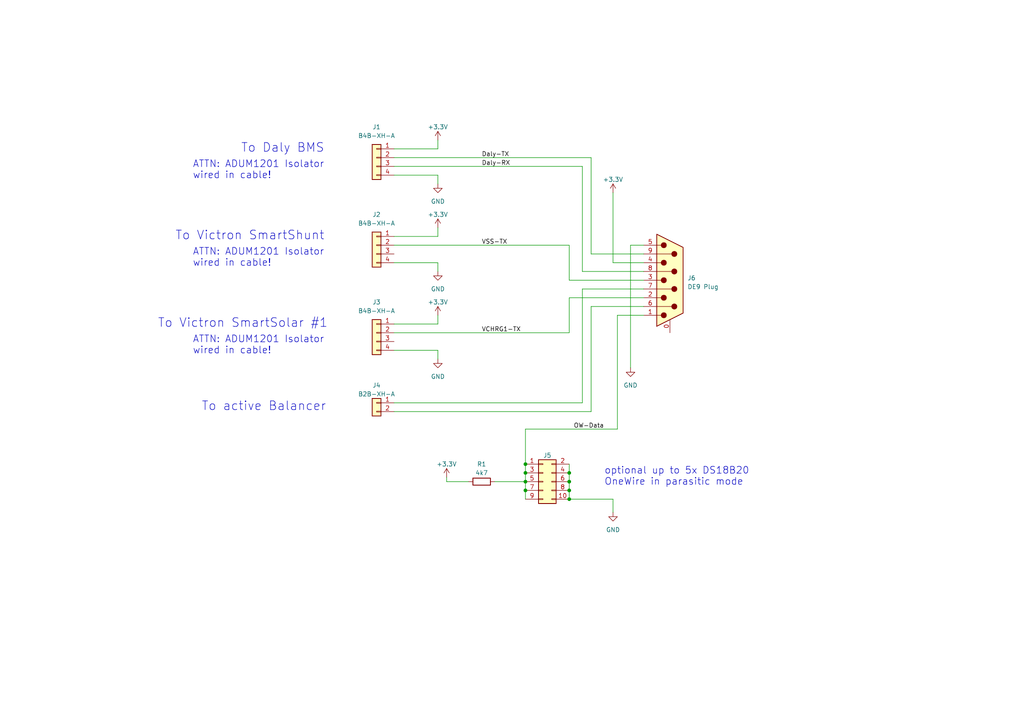
<source format=kicad_sch>
(kicad_sch (version 20230121) (generator eeschema)

  (uuid df04e71d-27f0-49a0-b918-1e8093f8cbec)

  (paper "A4")

  (title_block
    (date "2023-03-20")
  )

  (lib_symbols
    (symbol "Connector:DE9_Plug_MountingHoles" (pin_names (offset 1.016) hide) (in_bom yes) (on_board yes)
      (property "Reference" "J" (at 0 16.51 0)
        (effects (font (size 1.27 1.27)))
      )
      (property "Value" "DE9_Plug_MountingHoles" (at 0 14.605 0)
        (effects (font (size 1.27 1.27)))
      )
      (property "Footprint" "" (at 0 0 0)
        (effects (font (size 1.27 1.27)) hide)
      )
      (property "Datasheet" " ~" (at 0 0 0)
        (effects (font (size 1.27 1.27)) hide)
      )
      (property "ki_keywords" "connector plug male D-SUB DB9" (at 0 0 0)
        (effects (font (size 1.27 1.27)) hide)
      )
      (property "ki_description" "9-pin male plug pin D-SUB connector, Mounting Hole" (at 0 0 0)
        (effects (font (size 1.27 1.27)) hide)
      )
      (property "ki_fp_filters" "DSUB*Male*" (at 0 0 0)
        (effects (font (size 1.27 1.27)) hide)
      )
      (symbol "DE9_Plug_MountingHoles_0_1"
        (circle (center -1.778 -10.16) (radius 0.762)
          (stroke (width 0) (type default))
          (fill (type outline))
        )
        (circle (center -1.778 -5.08) (radius 0.762)
          (stroke (width 0) (type default))
          (fill (type outline))
        )
        (circle (center -1.778 0) (radius 0.762)
          (stroke (width 0) (type default))
          (fill (type outline))
        )
        (circle (center -1.778 5.08) (radius 0.762)
          (stroke (width 0) (type default))
          (fill (type outline))
        )
        (circle (center -1.778 10.16) (radius 0.762)
          (stroke (width 0) (type default))
          (fill (type outline))
        )
        (polyline
          (pts
            (xy -3.81 -10.16)
            (xy -2.54 -10.16)
          )
          (stroke (width 0) (type default))
          (fill (type none))
        )
        (polyline
          (pts
            (xy -3.81 -7.62)
            (xy 0.508 -7.62)
          )
          (stroke (width 0) (type default))
          (fill (type none))
        )
        (polyline
          (pts
            (xy -3.81 -5.08)
            (xy -2.54 -5.08)
          )
          (stroke (width 0) (type default))
          (fill (type none))
        )
        (polyline
          (pts
            (xy -3.81 -2.54)
            (xy 0.508 -2.54)
          )
          (stroke (width 0) (type default))
          (fill (type none))
        )
        (polyline
          (pts
            (xy -3.81 0)
            (xy -2.54 0)
          )
          (stroke (width 0) (type default))
          (fill (type none))
        )
        (polyline
          (pts
            (xy -3.81 2.54)
            (xy 0.508 2.54)
          )
          (stroke (width 0) (type default))
          (fill (type none))
        )
        (polyline
          (pts
            (xy -3.81 5.08)
            (xy -2.54 5.08)
          )
          (stroke (width 0) (type default))
          (fill (type none))
        )
        (polyline
          (pts
            (xy -3.81 7.62)
            (xy 0.508 7.62)
          )
          (stroke (width 0) (type default))
          (fill (type none))
        )
        (polyline
          (pts
            (xy -3.81 10.16)
            (xy -2.54 10.16)
          )
          (stroke (width 0) (type default))
          (fill (type none))
        )
        (polyline
          (pts
            (xy -3.81 -13.335)
            (xy -3.81 13.335)
            (xy 3.81 9.525)
            (xy 3.81 -9.525)
            (xy -3.81 -13.335)
          )
          (stroke (width 0.254) (type default))
          (fill (type background))
        )
        (circle (center 1.27 -7.62) (radius 0.762)
          (stroke (width 0) (type default))
          (fill (type outline))
        )
        (circle (center 1.27 -2.54) (radius 0.762)
          (stroke (width 0) (type default))
          (fill (type outline))
        )
        (circle (center 1.27 2.54) (radius 0.762)
          (stroke (width 0) (type default))
          (fill (type outline))
        )
        (circle (center 1.27 7.62) (radius 0.762)
          (stroke (width 0) (type default))
          (fill (type outline))
        )
      )
      (symbol "DE9_Plug_MountingHoles_1_1"
        (pin passive line (at 0 -15.24 90) (length 3.81)
          (name "PAD" (effects (font (size 1.27 1.27))))
          (number "0" (effects (font (size 1.27 1.27))))
        )
        (pin passive line (at -7.62 -10.16 0) (length 3.81)
          (name "1" (effects (font (size 1.27 1.27))))
          (number "1" (effects (font (size 1.27 1.27))))
        )
        (pin passive line (at -7.62 -5.08 0) (length 3.81)
          (name "2" (effects (font (size 1.27 1.27))))
          (number "2" (effects (font (size 1.27 1.27))))
        )
        (pin passive line (at -7.62 0 0) (length 3.81)
          (name "3" (effects (font (size 1.27 1.27))))
          (number "3" (effects (font (size 1.27 1.27))))
        )
        (pin passive line (at -7.62 5.08 0) (length 3.81)
          (name "4" (effects (font (size 1.27 1.27))))
          (number "4" (effects (font (size 1.27 1.27))))
        )
        (pin passive line (at -7.62 10.16 0) (length 3.81)
          (name "5" (effects (font (size 1.27 1.27))))
          (number "5" (effects (font (size 1.27 1.27))))
        )
        (pin passive line (at -7.62 -7.62 0) (length 3.81)
          (name "6" (effects (font (size 1.27 1.27))))
          (number "6" (effects (font (size 1.27 1.27))))
        )
        (pin passive line (at -7.62 -2.54 0) (length 3.81)
          (name "7" (effects (font (size 1.27 1.27))))
          (number "7" (effects (font (size 1.27 1.27))))
        )
        (pin passive line (at -7.62 2.54 0) (length 3.81)
          (name "8" (effects (font (size 1.27 1.27))))
          (number "8" (effects (font (size 1.27 1.27))))
        )
        (pin passive line (at -7.62 7.62 0) (length 3.81)
          (name "9" (effects (font (size 1.27 1.27))))
          (number "9" (effects (font (size 1.27 1.27))))
        )
      )
    )
    (symbol "Connector_Generic:Conn_01x02" (pin_names (offset 1.016) hide) (in_bom yes) (on_board yes)
      (property "Reference" "J" (at 0 2.54 0)
        (effects (font (size 1.27 1.27)))
      )
      (property "Value" "Conn_01x02" (at 0 -5.08 0)
        (effects (font (size 1.27 1.27)))
      )
      (property "Footprint" "" (at 0 0 0)
        (effects (font (size 1.27 1.27)) hide)
      )
      (property "Datasheet" "~" (at 0 0 0)
        (effects (font (size 1.27 1.27)) hide)
      )
      (property "ki_keywords" "connector" (at 0 0 0)
        (effects (font (size 1.27 1.27)) hide)
      )
      (property "ki_description" "Generic connector, single row, 01x02, script generated (kicad-library-utils/schlib/autogen/connector/)" (at 0 0 0)
        (effects (font (size 1.27 1.27)) hide)
      )
      (property "ki_fp_filters" "Connector*:*_1x??_*" (at 0 0 0)
        (effects (font (size 1.27 1.27)) hide)
      )
      (symbol "Conn_01x02_1_1"
        (rectangle (start -1.27 -2.413) (end 0 -2.667)
          (stroke (width 0.1524) (type default))
          (fill (type none))
        )
        (rectangle (start -1.27 0.127) (end 0 -0.127)
          (stroke (width 0.1524) (type default))
          (fill (type none))
        )
        (rectangle (start -1.27 1.27) (end 1.27 -3.81)
          (stroke (width 0.254) (type default))
          (fill (type background))
        )
        (pin passive line (at -5.08 0 0) (length 3.81)
          (name "Pin_1" (effects (font (size 1.27 1.27))))
          (number "1" (effects (font (size 1.27 1.27))))
        )
        (pin passive line (at -5.08 -2.54 0) (length 3.81)
          (name "Pin_2" (effects (font (size 1.27 1.27))))
          (number "2" (effects (font (size 1.27 1.27))))
        )
      )
    )
    (symbol "Connector_Generic:Conn_01x04" (pin_names (offset 1.016) hide) (in_bom yes) (on_board yes)
      (property "Reference" "J" (at 0 5.08 0)
        (effects (font (size 1.27 1.27)))
      )
      (property "Value" "Conn_01x04" (at 0 -7.62 0)
        (effects (font (size 1.27 1.27)))
      )
      (property "Footprint" "" (at 0 0 0)
        (effects (font (size 1.27 1.27)) hide)
      )
      (property "Datasheet" "~" (at 0 0 0)
        (effects (font (size 1.27 1.27)) hide)
      )
      (property "ki_keywords" "connector" (at 0 0 0)
        (effects (font (size 1.27 1.27)) hide)
      )
      (property "ki_description" "Generic connector, single row, 01x04, script generated (kicad-library-utils/schlib/autogen/connector/)" (at 0 0 0)
        (effects (font (size 1.27 1.27)) hide)
      )
      (property "ki_fp_filters" "Connector*:*_1x??_*" (at 0 0 0)
        (effects (font (size 1.27 1.27)) hide)
      )
      (symbol "Conn_01x04_1_1"
        (rectangle (start -1.27 -4.953) (end 0 -5.207)
          (stroke (width 0.1524) (type default))
          (fill (type none))
        )
        (rectangle (start -1.27 -2.413) (end 0 -2.667)
          (stroke (width 0.1524) (type default))
          (fill (type none))
        )
        (rectangle (start -1.27 0.127) (end 0 -0.127)
          (stroke (width 0.1524) (type default))
          (fill (type none))
        )
        (rectangle (start -1.27 2.667) (end 0 2.413)
          (stroke (width 0.1524) (type default))
          (fill (type none))
        )
        (rectangle (start -1.27 3.81) (end 1.27 -6.35)
          (stroke (width 0.254) (type default))
          (fill (type background))
        )
        (pin passive line (at -5.08 2.54 0) (length 3.81)
          (name "Pin_1" (effects (font (size 1.27 1.27))))
          (number "1" (effects (font (size 1.27 1.27))))
        )
        (pin passive line (at -5.08 0 0) (length 3.81)
          (name "Pin_2" (effects (font (size 1.27 1.27))))
          (number "2" (effects (font (size 1.27 1.27))))
        )
        (pin passive line (at -5.08 -2.54 0) (length 3.81)
          (name "Pin_3" (effects (font (size 1.27 1.27))))
          (number "3" (effects (font (size 1.27 1.27))))
        )
        (pin passive line (at -5.08 -5.08 0) (length 3.81)
          (name "Pin_4" (effects (font (size 1.27 1.27))))
          (number "4" (effects (font (size 1.27 1.27))))
        )
      )
    )
    (symbol "Connector_Generic:Conn_02x05_Odd_Even" (pin_names (offset 1.016) hide) (in_bom yes) (on_board yes)
      (property "Reference" "J" (at 1.27 7.62 0)
        (effects (font (size 1.27 1.27)))
      )
      (property "Value" "Conn_02x05_Odd_Even" (at 1.27 -7.62 0)
        (effects (font (size 1.27 1.27)))
      )
      (property "Footprint" "" (at 0 0 0)
        (effects (font (size 1.27 1.27)) hide)
      )
      (property "Datasheet" "~" (at 0 0 0)
        (effects (font (size 1.27 1.27)) hide)
      )
      (property "ki_keywords" "connector" (at 0 0 0)
        (effects (font (size 1.27 1.27)) hide)
      )
      (property "ki_description" "Generic connector, double row, 02x05, odd/even pin numbering scheme (row 1 odd numbers, row 2 even numbers), script generated (kicad-library-utils/schlib/autogen/connector/)" (at 0 0 0)
        (effects (font (size 1.27 1.27)) hide)
      )
      (property "ki_fp_filters" "Connector*:*_2x??_*" (at 0 0 0)
        (effects (font (size 1.27 1.27)) hide)
      )
      (symbol "Conn_02x05_Odd_Even_1_1"
        (rectangle (start -1.27 -4.953) (end 0 -5.207)
          (stroke (width 0.1524) (type default))
          (fill (type none))
        )
        (rectangle (start -1.27 -2.413) (end 0 -2.667)
          (stroke (width 0.1524) (type default))
          (fill (type none))
        )
        (rectangle (start -1.27 0.127) (end 0 -0.127)
          (stroke (width 0.1524) (type default))
          (fill (type none))
        )
        (rectangle (start -1.27 2.667) (end 0 2.413)
          (stroke (width 0.1524) (type default))
          (fill (type none))
        )
        (rectangle (start -1.27 5.207) (end 0 4.953)
          (stroke (width 0.1524) (type default))
          (fill (type none))
        )
        (rectangle (start -1.27 6.35) (end 3.81 -6.35)
          (stroke (width 0.254) (type default))
          (fill (type background))
        )
        (rectangle (start 3.81 -4.953) (end 2.54 -5.207)
          (stroke (width 0.1524) (type default))
          (fill (type none))
        )
        (rectangle (start 3.81 -2.413) (end 2.54 -2.667)
          (stroke (width 0.1524) (type default))
          (fill (type none))
        )
        (rectangle (start 3.81 0.127) (end 2.54 -0.127)
          (stroke (width 0.1524) (type default))
          (fill (type none))
        )
        (rectangle (start 3.81 2.667) (end 2.54 2.413)
          (stroke (width 0.1524) (type default))
          (fill (type none))
        )
        (rectangle (start 3.81 5.207) (end 2.54 4.953)
          (stroke (width 0.1524) (type default))
          (fill (type none))
        )
        (pin passive line (at -5.08 5.08 0) (length 3.81)
          (name "Pin_1" (effects (font (size 1.27 1.27))))
          (number "1" (effects (font (size 1.27 1.27))))
        )
        (pin passive line (at 7.62 -5.08 180) (length 3.81)
          (name "Pin_10" (effects (font (size 1.27 1.27))))
          (number "10" (effects (font (size 1.27 1.27))))
        )
        (pin passive line (at 7.62 5.08 180) (length 3.81)
          (name "Pin_2" (effects (font (size 1.27 1.27))))
          (number "2" (effects (font (size 1.27 1.27))))
        )
        (pin passive line (at -5.08 2.54 0) (length 3.81)
          (name "Pin_3" (effects (font (size 1.27 1.27))))
          (number "3" (effects (font (size 1.27 1.27))))
        )
        (pin passive line (at 7.62 2.54 180) (length 3.81)
          (name "Pin_4" (effects (font (size 1.27 1.27))))
          (number "4" (effects (font (size 1.27 1.27))))
        )
        (pin passive line (at -5.08 0 0) (length 3.81)
          (name "Pin_5" (effects (font (size 1.27 1.27))))
          (number "5" (effects (font (size 1.27 1.27))))
        )
        (pin passive line (at 7.62 0 180) (length 3.81)
          (name "Pin_6" (effects (font (size 1.27 1.27))))
          (number "6" (effects (font (size 1.27 1.27))))
        )
        (pin passive line (at -5.08 -2.54 0) (length 3.81)
          (name "Pin_7" (effects (font (size 1.27 1.27))))
          (number "7" (effects (font (size 1.27 1.27))))
        )
        (pin passive line (at 7.62 -2.54 180) (length 3.81)
          (name "Pin_8" (effects (font (size 1.27 1.27))))
          (number "8" (effects (font (size 1.27 1.27))))
        )
        (pin passive line (at -5.08 -5.08 0) (length 3.81)
          (name "Pin_9" (effects (font (size 1.27 1.27))))
          (number "9" (effects (font (size 1.27 1.27))))
        )
      )
    )
    (symbol "Device:R" (pin_numbers hide) (pin_names (offset 0)) (in_bom yes) (on_board yes)
      (property "Reference" "R" (at 2.032 0 90)
        (effects (font (size 1.27 1.27)))
      )
      (property "Value" "R" (at 0 0 90)
        (effects (font (size 1.27 1.27)))
      )
      (property "Footprint" "" (at -1.778 0 90)
        (effects (font (size 1.27 1.27)) hide)
      )
      (property "Datasheet" "~" (at 0 0 0)
        (effects (font (size 1.27 1.27)) hide)
      )
      (property "ki_keywords" "R res resistor" (at 0 0 0)
        (effects (font (size 1.27 1.27)) hide)
      )
      (property "ki_description" "Resistor" (at 0 0 0)
        (effects (font (size 1.27 1.27)) hide)
      )
      (property "ki_fp_filters" "R_*" (at 0 0 0)
        (effects (font (size 1.27 1.27)) hide)
      )
      (symbol "R_0_1"
        (rectangle (start -1.016 -2.54) (end 1.016 2.54)
          (stroke (width 0.254) (type default))
          (fill (type none))
        )
      )
      (symbol "R_1_1"
        (pin passive line (at 0 3.81 270) (length 1.27)
          (name "~" (effects (font (size 1.27 1.27))))
          (number "1" (effects (font (size 1.27 1.27))))
        )
        (pin passive line (at 0 -3.81 90) (length 1.27)
          (name "~" (effects (font (size 1.27 1.27))))
          (number "2" (effects (font (size 1.27 1.27))))
        )
      )
    )
    (symbol "power:+3.3V" (power) (pin_names (offset 0)) (in_bom yes) (on_board yes)
      (property "Reference" "#PWR" (at 0 -3.81 0)
        (effects (font (size 1.27 1.27)) hide)
      )
      (property "Value" "+3.3V" (at 0 3.556 0)
        (effects (font (size 1.27 1.27)))
      )
      (property "Footprint" "" (at 0 0 0)
        (effects (font (size 1.27 1.27)) hide)
      )
      (property "Datasheet" "" (at 0 0 0)
        (effects (font (size 1.27 1.27)) hide)
      )
      (property "ki_keywords" "global power" (at 0 0 0)
        (effects (font (size 1.27 1.27)) hide)
      )
      (property "ki_description" "Power symbol creates a global label with name \"+3.3V\"" (at 0 0 0)
        (effects (font (size 1.27 1.27)) hide)
      )
      (symbol "+3.3V_0_1"
        (polyline
          (pts
            (xy -0.762 1.27)
            (xy 0 2.54)
          )
          (stroke (width 0) (type default))
          (fill (type none))
        )
        (polyline
          (pts
            (xy 0 0)
            (xy 0 2.54)
          )
          (stroke (width 0) (type default))
          (fill (type none))
        )
        (polyline
          (pts
            (xy 0 2.54)
            (xy 0.762 1.27)
          )
          (stroke (width 0) (type default))
          (fill (type none))
        )
      )
      (symbol "+3.3V_1_1"
        (pin power_in line (at 0 0 90) (length 0) hide
          (name "+3.3V" (effects (font (size 1.27 1.27))))
          (number "1" (effects (font (size 1.27 1.27))))
        )
      )
    )
    (symbol "power:GND" (power) (pin_names (offset 0)) (in_bom yes) (on_board yes)
      (property "Reference" "#PWR" (at 0 -6.35 0)
        (effects (font (size 1.27 1.27)) hide)
      )
      (property "Value" "GND" (at 0 -3.81 0)
        (effects (font (size 1.27 1.27)))
      )
      (property "Footprint" "" (at 0 0 0)
        (effects (font (size 1.27 1.27)) hide)
      )
      (property "Datasheet" "" (at 0 0 0)
        (effects (font (size 1.27 1.27)) hide)
      )
      (property "ki_keywords" "global power" (at 0 0 0)
        (effects (font (size 1.27 1.27)) hide)
      )
      (property "ki_description" "Power symbol creates a global label with name \"GND\" , ground" (at 0 0 0)
        (effects (font (size 1.27 1.27)) hide)
      )
      (symbol "GND_0_1"
        (polyline
          (pts
            (xy 0 0)
            (xy 0 -1.27)
            (xy 1.27 -1.27)
            (xy 0 -2.54)
            (xy -1.27 -1.27)
            (xy 0 -1.27)
          )
          (stroke (width 0) (type default))
          (fill (type none))
        )
      )
      (symbol "GND_1_1"
        (pin power_in line (at 0 0 270) (length 0) hide
          (name "GND" (effects (font (size 1.27 1.27))))
          (number "1" (effects (font (size 1.27 1.27))))
        )
      )
    )
  )

  (junction (at 152.4 137.16) (diameter 0) (color 0 0 0 0)
    (uuid 1dff0092-f7e8-4251-b95b-1663a6ba1a93)
  )
  (junction (at 152.4 142.24) (diameter 0) (color 0 0 0 0)
    (uuid 569dc1f8-353f-49c2-a79c-b29373db5a82)
  )
  (junction (at 165.1 139.7) (diameter 0) (color 0 0 0 0)
    (uuid 6c557d1a-3851-4c89-9244-fbfaa27af29f)
  )
  (junction (at 165.1 142.24) (diameter 0) (color 0 0 0 0)
    (uuid ac9768bc-8755-4288-b8f7-83b4175ec31f)
  )
  (junction (at 165.1 144.78) (diameter 0) (color 0 0 0 0)
    (uuid bde0b743-948e-4577-a478-66a7ef551c98)
  )
  (junction (at 165.1 137.16) (diameter 0) (color 0 0 0 0)
    (uuid ee69f657-f8d3-4853-a92e-a2d3278f18e7)
  )
  (junction (at 152.4 139.7) (diameter 0) (color 0 0 0 0)
    (uuid f857f41f-d68f-481b-b9b8-734b2fa48426)
  )
  (junction (at 152.4 134.62) (diameter 0) (color 0 0 0 0)
    (uuid f9efef35-ebbd-4af6-a92d-94f233eaa07b)
  )

  (wire (pts (xy 114.3 116.84) (xy 168.91 116.84))
    (stroke (width 0) (type default))
    (uuid 0474edb9-25d4-4907-aa46-138ff15e2220)
  )
  (wire (pts (xy 129.54 139.7) (xy 129.54 138.43))
    (stroke (width 0) (type default))
    (uuid 103d4e00-e775-496e-bf34-bdcd5da02c01)
  )
  (wire (pts (xy 152.4 139.7) (xy 152.4 142.24))
    (stroke (width 0) (type default))
    (uuid 11804d90-30c1-488a-a47c-452447055a78)
  )
  (wire (pts (xy 171.45 73.66) (xy 186.69 73.66))
    (stroke (width 0) (type default))
    (uuid 1984f6ff-25da-4461-a0a1-45df4366813b)
  )
  (wire (pts (xy 165.1 134.62) (xy 165.1 137.16))
    (stroke (width 0) (type default))
    (uuid 1e1ef0f4-c598-43e4-936b-097c7bd45155)
  )
  (wire (pts (xy 114.3 96.52) (xy 165.1 96.52))
    (stroke (width 0) (type default))
    (uuid 1e4fe348-bee9-4cd0-80d1-25016abdcc50)
  )
  (wire (pts (xy 177.8 55.88) (xy 177.8 76.2))
    (stroke (width 0) (type default))
    (uuid 215667fd-c8ce-4109-a97f-2899309a1b11)
  )
  (wire (pts (xy 127 43.18) (xy 127 40.64))
    (stroke (width 0) (type default))
    (uuid 29003ad7-30fc-488b-afbb-8df4b598d8d7)
  )
  (wire (pts (xy 168.91 78.74) (xy 186.69 78.74))
    (stroke (width 0) (type default))
    (uuid 2ae7f50a-f3df-4c22-877e-f0dc278b7662)
  )
  (wire (pts (xy 171.45 88.9) (xy 186.69 88.9))
    (stroke (width 0) (type default))
    (uuid 348ebd4a-94a5-4917-bf01-e307a411d667)
  )
  (wire (pts (xy 114.3 50.8) (xy 127 50.8))
    (stroke (width 0) (type default))
    (uuid 38093b3a-2ea3-4c61-a639-73e7aad9d260)
  )
  (wire (pts (xy 152.4 134.62) (xy 152.4 137.16))
    (stroke (width 0) (type default))
    (uuid 38c9a966-f41d-41f3-aca5-e9758ef285d7)
  )
  (wire (pts (xy 114.3 71.12) (xy 165.1 71.12))
    (stroke (width 0) (type default))
    (uuid 3adccc85-7279-4fa6-9040-a022f536f816)
  )
  (wire (pts (xy 143.51 139.7) (xy 152.4 139.7))
    (stroke (width 0) (type default))
    (uuid 3b4c47b1-8660-42cd-99e1-4c957cca584e)
  )
  (wire (pts (xy 186.69 71.12) (xy 182.88 71.12))
    (stroke (width 0) (type default))
    (uuid 41b0206b-0864-40fe-b244-e8f9c2a63e7d)
  )
  (wire (pts (xy 135.89 139.7) (xy 129.54 139.7))
    (stroke (width 0) (type default))
    (uuid 44d57054-f680-43f7-93ed-f76ac98f763b)
  )
  (wire (pts (xy 168.91 83.82) (xy 168.91 116.84))
    (stroke (width 0) (type default))
    (uuid 4af7d455-1ab4-4907-aadd-87ca8ae8de1e)
  )
  (wire (pts (xy 127 76.2) (xy 127 78.74))
    (stroke (width 0) (type default))
    (uuid 4b2cee11-9ba4-4142-920b-e6ecaf8e9509)
  )
  (wire (pts (xy 182.88 71.12) (xy 182.88 106.68))
    (stroke (width 0) (type default))
    (uuid 4fbd9466-eb59-415a-aa54-df9d67d0b33c)
  )
  (wire (pts (xy 152.4 137.16) (xy 152.4 139.7))
    (stroke (width 0) (type default))
    (uuid 517c4f0b-217c-4947-bf34-083104d6b328)
  )
  (wire (pts (xy 168.91 83.82) (xy 186.69 83.82))
    (stroke (width 0) (type default))
    (uuid 51fd4f6c-dd52-4da6-958a-87adb31c2a51)
  )
  (wire (pts (xy 114.3 76.2) (xy 127 76.2))
    (stroke (width 0) (type default))
    (uuid 54f7578d-4448-425a-bc9e-a8c81459878f)
  )
  (wire (pts (xy 171.45 119.38) (xy 171.45 88.9))
    (stroke (width 0) (type default))
    (uuid 58b762ed-e3dd-4140-b642-7d75d34844c1)
  )
  (wire (pts (xy 114.3 68.58) (xy 127 68.58))
    (stroke (width 0) (type default))
    (uuid 63d04a35-7579-423c-888d-c3c6cb01da0c)
  )
  (wire (pts (xy 114.3 45.72) (xy 171.45 45.72))
    (stroke (width 0) (type default))
    (uuid 77958bd2-9662-4196-90ef-4170f329cea0)
  )
  (wire (pts (xy 165.1 139.7) (xy 165.1 142.24))
    (stroke (width 0) (type default))
    (uuid 79e10878-ed0a-4c5c-b43f-62c67312a261)
  )
  (wire (pts (xy 152.4 124.46) (xy 179.07 124.46))
    (stroke (width 0) (type default))
    (uuid 7ae8f0a9-cc39-43d3-8285-6ad2c3121e25)
  )
  (wire (pts (xy 179.07 124.46) (xy 179.07 91.44))
    (stroke (width 0) (type default))
    (uuid 8069046d-a9b3-4644-8ade-643b4769ccdf)
  )
  (wire (pts (xy 152.4 142.24) (xy 152.4 144.78))
    (stroke (width 0) (type default))
    (uuid 83cf7d51-d78e-48ed-b7dd-0082d5e4fba0)
  )
  (wire (pts (xy 165.1 96.52) (xy 165.1 86.36))
    (stroke (width 0) (type default))
    (uuid 847ee9ef-b847-4489-bfcf-266fb91670f3)
  )
  (wire (pts (xy 177.8 76.2) (xy 186.69 76.2))
    (stroke (width 0) (type default))
    (uuid 860879c8-6286-4313-aad9-79287db4522a)
  )
  (wire (pts (xy 165.1 71.12) (xy 165.1 81.28))
    (stroke (width 0) (type default))
    (uuid 895ebfeb-0372-400d-ad14-cfccfd1b41e7)
  )
  (wire (pts (xy 127 50.8) (xy 127 53.34))
    (stroke (width 0) (type default))
    (uuid 8b53c80c-ea4f-4d29-9171-fc951c593b4a)
  )
  (wire (pts (xy 177.8 144.78) (xy 177.8 148.59))
    (stroke (width 0) (type default))
    (uuid 8c0182fd-bcf2-48af-b82c-4696a2eaba62)
  )
  (wire (pts (xy 114.3 101.6) (xy 127 101.6))
    (stroke (width 0) (type default))
    (uuid 916078b5-5cab-4b8f-8aec-2955ff69bc7e)
  )
  (wire (pts (xy 152.4 124.46) (xy 152.4 134.62))
    (stroke (width 0) (type default))
    (uuid 95920401-c2d7-4564-a980-06361cbbdc71)
  )
  (wire (pts (xy 165.1 142.24) (xy 165.1 144.78))
    (stroke (width 0) (type default))
    (uuid a504cd99-45ce-4dd8-8efe-e9e165e522c1)
  )
  (wire (pts (xy 127 93.98) (xy 127 91.44))
    (stroke (width 0) (type default))
    (uuid a72ad47c-bbc7-43be-8871-706d3e3e0721)
  )
  (wire (pts (xy 114.3 93.98) (xy 127 93.98))
    (stroke (width 0) (type default))
    (uuid affb3ae1-24bf-4f32-84e6-929dc5f35080)
  )
  (wire (pts (xy 114.3 119.38) (xy 171.45 119.38))
    (stroke (width 0) (type default))
    (uuid b836f3fc-8c15-4d42-a806-422e928e451b)
  )
  (wire (pts (xy 179.07 91.44) (xy 186.69 91.44))
    (stroke (width 0) (type default))
    (uuid c23467d0-59bc-42f8-9ed6-c8745164d2b0)
  )
  (wire (pts (xy 165.1 144.78) (xy 177.8 144.78))
    (stroke (width 0) (type default))
    (uuid c4957fb2-0d4d-4db3-8226-1724e14f09d1)
  )
  (wire (pts (xy 165.1 81.28) (xy 186.69 81.28))
    (stroke (width 0) (type default))
    (uuid dc9ca107-00f0-4174-b10c-b7b033644533)
  )
  (wire (pts (xy 127 68.58) (xy 127 66.04))
    (stroke (width 0) (type default))
    (uuid eae60934-bd07-4339-8ecd-0ff78abd2c21)
  )
  (wire (pts (xy 171.45 45.72) (xy 171.45 73.66))
    (stroke (width 0) (type default))
    (uuid ecd033c1-4208-4059-aa36-e1723b91eb58)
  )
  (wire (pts (xy 165.1 137.16) (xy 165.1 139.7))
    (stroke (width 0) (type default))
    (uuid eff096a4-4382-4155-8a0d-0d119ba5fb35)
  )
  (wire (pts (xy 165.1 86.36) (xy 186.69 86.36))
    (stroke (width 0) (type default))
    (uuid f39305ca-aeea-42c2-9001-31a2838a5ee8)
  )
  (wire (pts (xy 168.91 48.26) (xy 168.91 78.74))
    (stroke (width 0) (type default))
    (uuid f7da701a-8d24-4638-82fc-24fb16f98677)
  )
  (wire (pts (xy 127 101.6) (xy 127 104.14))
    (stroke (width 0) (type default))
    (uuid f9376b3f-d9e5-486a-89f3-aeb9e57378f4)
  )
  (wire (pts (xy 114.3 48.26) (xy 168.91 48.26))
    (stroke (width 0) (type default))
    (uuid fa1b5ec6-36a2-4260-8260-cd379ff9e018)
  )
  (wire (pts (xy 114.3 43.18) (xy 127 43.18))
    (stroke (width 0) (type default))
    (uuid fb78c53d-e4ce-4719-8648-ad2483051ad4)
  )

  (text "To Victron SmartSolar #1" (at 45.72 95.25 0)
    (effects (font (size 2.54 2.54)) (justify left bottom))
    (uuid 11da00dc-3a39-4050-9605-370a428d569a)
  )
  (text "ATTN: ADUM1201 Isolator\nwired in cable!" (at 55.88 52.07 0)
    (effects (font (size 2 2)) (justify left bottom))
    (uuid 27243c3e-0ad8-4247-a8d9-4977f5b37bcf)
  )
  (text "To Daly BMS" (at 69.85 44.45 0)
    (effects (font (size 2.54 2.54)) (justify left bottom))
    (uuid 2c713cc1-de3b-47a4-ba45-734d2127371b)
  )
  (text "To active Balancer" (at 58.42 119.38 0)
    (effects (font (size 2.54 2.54)) (justify left bottom))
    (uuid 6c5a0f29-21d4-4d27-98d4-3927bc925010)
  )
  (text "To Victron SmartShunt" (at 50.8 69.85 0)
    (effects (font (size 2.54 2.54)) (justify left bottom))
    (uuid b163becb-6dc1-4e01-82c7-ce81be68ecad)
  )
  (text "ATTN: ADUM1201 Isolator\nwired in cable!" (at 55.88 102.87 0)
    (effects (font (size 2 2)) (justify left bottom))
    (uuid d315f99e-9241-4e12-a8db-4d63994efbf1)
  )
  (text "ATTN: ADUM1201 Isolator\nwired in cable!" (at 55.88 77.47 0)
    (effects (font (size 2 2)) (justify left bottom))
    (uuid d39135c5-0995-4c16-83d0-44c403b3c8e9)
  )
  (text "optional up to 5x DS18B20\nOneWire in parasitic mode"
    (at 175.26 140.97 0)
    (effects (font (size 2 2)) (justify left bottom))
    (uuid eafad281-f5f6-442c-b492-efa3aa8e3a14)
  )

  (label "Daly-RX" (at 139.7 48.26 0) (fields_autoplaced)
    (effects (font (size 1.27 1.27)) (justify left bottom))
    (uuid 031cd6cf-589f-4009-8059-fe5cbf23f193)
  )
  (label "VCHRG1-TX" (at 139.7 96.52 0) (fields_autoplaced)
    (effects (font (size 1.27 1.27)) (justify left bottom))
    (uuid 27c0c19f-cb02-4792-aefe-0268bdbc62a7)
  )
  (label "OW-Data" (at 166.37 124.46 0) (fields_autoplaced)
    (effects (font (size 1.27 1.27)) (justify left bottom))
    (uuid 44499f91-54f6-4687-8239-4d110eb4ed2f)
  )
  (label "Daly-TX" (at 139.7 45.72 0) (fields_autoplaced)
    (effects (font (size 1.27 1.27)) (justify left bottom))
    (uuid a53f5715-1c6e-4fad-befc-867b279c1a32)
  )
  (label "VSS-TX" (at 139.7 71.12 0) (fields_autoplaced)
    (effects (font (size 1.27 1.27)) (justify left bottom))
    (uuid c67a3411-18c7-4043-9099-66bd0f091730)
  )

  (symbol (lib_id "Connector_Generic:Conn_01x04") (at 109.22 71.12 0) (mirror y) (unit 1)
    (in_bom yes) (on_board yes) (dnp no)
    (uuid 0988f584-cf69-4943-a926-f82ede52a5c9)
    (property "Reference" "J2" (at 109.22 62.23 0)
      (effects (font (size 1.27 1.27)))
    )
    (property "Value" "B4B-XH-A" (at 109.22 64.77 0)
      (effects (font (size 1.27 1.27)))
    )
    (property "Footprint" "Connector_JST:JST_XH_B4B-XH-A_1x04_P2.50mm_Vertical" (at 109.22 71.12 0)
      (effects (font (size 1.27 1.27)) hide)
    )
    (property "Datasheet" "~" (at 109.22 71.12 0)
      (effects (font (size 1.27 1.27)) hide)
    )
    (property "Height" "7" (at 92.71 466.04 0)
      (effects (font (size 1.27 1.27)) (justify left top) hide)
    )
    (property "Manufacturer_Name" "JST" (at 92.71 566.04 0)
      (effects (font (size 1.27 1.27)) (justify left top) hide)
    )
    (property "Manufacturer_Part_Number" "B4B-XH-A(LF)(SN)" (at 92.71 666.04 0)
      (effects (font (size 1.27 1.27)) (justify left top) hide)
    )
    (pin "1" (uuid 13537d29-2d50-4e2e-9555-abc23acbf043))
    (pin "2" (uuid 93256340-7d09-4620-922f-9aa3cfaaae16))
    (pin "3" (uuid 419c0aaf-c27d-4cce-9179-7944da288426))
    (pin "4" (uuid 5f69b6c0-124e-45e1-8664-ddb042c426d7))
    (instances
      (project "BMS_Ctrl_DE-9_Adaptor"
        (path "/df04e71d-27f0-49a0-b918-1e8093f8cbec"
          (reference "J2") (unit 1)
        )
      )
      (project "ESP32-BMS_Ctrl"
        (path "/fe132da3-8fed-45aa-8217-33917d08a4a1/64c02313-3caf-42e6-aeb3-2a2cac2f110d"
          (reference "J12") (unit 1)
        )
      )
    )
  )

  (symbol (lib_id "Connector_Generic:Conn_01x02") (at 109.22 116.84 0) (mirror y) (unit 1)
    (in_bom yes) (on_board yes) (dnp no) (fields_autoplaced)
    (uuid 0d8674e0-cb30-42af-b3c0-3e2176344999)
    (property "Reference" "J4" (at 109.22 111.76 0)
      (effects (font (size 1.27 1.27)))
    )
    (property "Value" "B2B-XH-A" (at 109.22 114.3 0)
      (effects (font (size 1.27 1.27)))
    )
    (property "Footprint" "Connector_JST:JST_XH_B2B-XH-A_1x02_P2.50mm_Vertical" (at 109.22 116.84 0)
      (effects (font (size 1.27 1.27)) hide)
    )
    (property "Datasheet" "~" (at 109.22 116.84 0)
      (effects (font (size 1.27 1.27)) hide)
    )
    (property "Manufacturer_Name" "JST" (at 109.22 116.84 0)
      (effects (font (size 1.27 1.27)) hide)
    )
    (property "Manufacturer_PN" "B2B-XH-A(LF)(SN)" (at 109.22 116.84 0)
      (effects (font (size 1.27 1.27)) hide)
    )
    (property "Height" "7" (at 109.22 116.84 0)
      (effects (font (size 1.27 1.27)) hide)
    )
    (property "Feld7" "" (at 109.22 116.84 0)
      (effects (font (size 1.27 1.27)) hide)
    )
    (pin "1" (uuid 93d308a9-2a47-4d09-96b1-614098aeb3bd))
    (pin "2" (uuid fb3baae1-1b27-48c5-9270-7b92dcd45326))
    (instances
      (project "BMS_Ctrl_DE-9_Adaptor"
        (path "/df04e71d-27f0-49a0-b918-1e8093f8cbec"
          (reference "J4") (unit 1)
        )
      )
      (project "ESP32-BMS_Ctrl"
        (path "/fe132da3-8fed-45aa-8217-33917d08a4a1/64c02313-3caf-42e6-aeb3-2a2cac2f110d"
          (reference "J10") (unit 1)
        )
      )
    )
  )

  (symbol (lib_id "Connector_Generic:Conn_01x04") (at 109.22 45.72 0) (mirror y) (unit 1)
    (in_bom yes) (on_board yes) (dnp no)
    (uuid 1b0398ca-1edb-4721-b01e-d5da5653f0cf)
    (property "Reference" "J1" (at 109.22 36.83 0)
      (effects (font (size 1.27 1.27)))
    )
    (property "Value" "B4B-XH-A" (at 109.22 39.37 0)
      (effects (font (size 1.27 1.27)))
    )
    (property "Footprint" "Connector_JST:JST_XH_B4B-XH-A_1x04_P2.50mm_Vertical" (at 109.22 45.72 0)
      (effects (font (size 1.27 1.27)) hide)
    )
    (property "Datasheet" "~" (at 109.22 45.72 0)
      (effects (font (size 1.27 1.27)) hide)
    )
    (property "Height" "7" (at 92.71 440.64 0)
      (effects (font (size 1.27 1.27)) (justify left top) hide)
    )
    (property "Manufacturer_Name" "JST" (at 92.71 540.64 0)
      (effects (font (size 1.27 1.27)) (justify left top) hide)
    )
    (property "Manufacturer_Part_Number" "B4B-XH-A(LF)(SN)" (at 92.71 640.64 0)
      (effects (font (size 1.27 1.27)) (justify left top) hide)
    )
    (pin "1" (uuid ad55e2eb-a06d-4820-9d26-0df92b914b93))
    (pin "2" (uuid 99401d69-094a-4bff-922e-1cad24b15723))
    (pin "3" (uuid 94f5a4f4-b251-4d50-96f7-ff740476ea0d))
    (pin "4" (uuid 51db7760-1e4f-4f8e-805b-49f0ef07dc0f))
    (instances
      (project "BMS_Ctrl_DE-9_Adaptor"
        (path "/df04e71d-27f0-49a0-b918-1e8093f8cbec"
          (reference "J1") (unit 1)
        )
      )
      (project "ESP32-BMS_Ctrl"
        (path "/fe132da3-8fed-45aa-8217-33917d08a4a1/64c02313-3caf-42e6-aeb3-2a2cac2f110d"
          (reference "J11") (unit 1)
        )
      )
    )
  )

  (symbol (lib_id "Connector_Generic:Conn_02x05_Odd_Even") (at 157.48 139.7 0) (unit 1)
    (in_bom yes) (on_board yes) (dnp no)
    (uuid 405cb262-96dc-4ac2-b1fd-b5210709c5f4)
    (property "Reference" "J5" (at 158.75 132.08 0)
      (effects (font (size 1.27 1.27)))
    )
    (property "Value" "Conn_02x05_Counter_Clockwise" (at 158.75 132.08 0)
      (effects (font (size 1.27 1.27)) hide)
    )
    (property "Footprint" "Connector_PinHeader_2.54mm:PinHeader_2x05_P2.54mm_Vertical" (at 157.48 139.7 0)
      (effects (font (size 1.27 1.27)) hide)
    )
    (property "Datasheet" "~" (at 157.48 139.7 0)
      (effects (font (size 1.27 1.27)) hide)
    )
    (pin "1" (uuid 2c88294b-77c8-4239-b856-978823de6c5e))
    (pin "10" (uuid a6dc0ceb-e220-41df-8b98-d4ea529afffb))
    (pin "2" (uuid 1d824246-5851-44cc-9cf1-2ee56fc74559))
    (pin "3" (uuid bfdf9ddc-c4e9-4da9-961d-8a930dfb73bb))
    (pin "4" (uuid fae68b77-022c-4ccf-ab41-1f879c1fa179))
    (pin "5" (uuid 36bd6a30-d875-4580-9ec6-e1a9298399e0))
    (pin "6" (uuid 49a6853c-715c-4cea-ad01-5f7ecbef2d39))
    (pin "7" (uuid e483cc85-2693-4432-ba51-6c4a3c802f13))
    (pin "8" (uuid 8294162e-7760-4e07-a0a2-8a73e1f8a599))
    (pin "9" (uuid daeb2bca-e744-460b-857e-56764d3a362e))
    (instances
      (project "BMS_Ctrl_DE-9_Adaptor"
        (path "/df04e71d-27f0-49a0-b918-1e8093f8cbec"
          (reference "J5") (unit 1)
        )
      )
      (project "ESP32-BMS_Ctrl"
        (path "/fe132da3-8fed-45aa-8217-33917d08a4a1/64c02313-3caf-42e6-aeb3-2a2cac2f110d"
          (reference "J14") (unit 1)
        )
      )
    )
  )

  (symbol (lib_id "Connector_Generic:Conn_01x04") (at 109.22 96.52 0) (mirror y) (unit 1)
    (in_bom yes) (on_board yes) (dnp no)
    (uuid 4ebf369e-96ac-4861-b3b5-5af8168b1841)
    (property "Reference" "J3" (at 109.22 87.63 0)
      (effects (font (size 1.27 1.27)))
    )
    (property "Value" "B4B-XH-A" (at 109.22 90.17 0)
      (effects (font (size 1.27 1.27)))
    )
    (property "Footprint" "Connector_JST:JST_XH_B4B-XH-A_1x04_P2.50mm_Vertical" (at 109.22 96.52 0)
      (effects (font (size 1.27 1.27)) hide)
    )
    (property "Datasheet" "~" (at 109.22 96.52 0)
      (effects (font (size 1.27 1.27)) hide)
    )
    (property "Height" "7" (at 92.71 491.44 0)
      (effects (font (size 1.27 1.27)) (justify left top) hide)
    )
    (property "Manufacturer_Name" "JST" (at 92.71 591.44 0)
      (effects (font (size 1.27 1.27)) (justify left top) hide)
    )
    (property "Manufacturer_Part_Number" "B4B-XH-A(LF)(SN)" (at 92.71 691.44 0)
      (effects (font (size 1.27 1.27)) (justify left top) hide)
    )
    (pin "1" (uuid 21cd05cb-1755-4979-8ad4-5ec0a45ca5f0))
    (pin "2" (uuid 0163f565-4537-47e7-b952-c306cad06384))
    (pin "3" (uuid 82fe2a4f-0a78-4c70-83b5-97859d0f4f89))
    (pin "4" (uuid b9e9b041-cc26-4fd7-8930-1e3abfa65ae3))
    (instances
      (project "BMS_Ctrl_DE-9_Adaptor"
        (path "/df04e71d-27f0-49a0-b918-1e8093f8cbec"
          (reference "J3") (unit 1)
        )
      )
      (project "ESP32-BMS_Ctrl"
        (path "/fe132da3-8fed-45aa-8217-33917d08a4a1/64c02313-3caf-42e6-aeb3-2a2cac2f110d"
          (reference "J13") (unit 1)
        )
      )
    )
  )

  (symbol (lib_id "power:+3.3V") (at 177.8 55.88 0) (unit 1)
    (in_bom yes) (on_board yes) (dnp no) (fields_autoplaced)
    (uuid 56da36ab-0653-4c05-beb2-c272999b375b)
    (property "Reference" "#PWR08" (at 177.8 59.69 0)
      (effects (font (size 1.27 1.27)) hide)
    )
    (property "Value" "+3.3V" (at 177.8 52.07 0)
      (effects (font (size 1.27 1.27)))
    )
    (property "Footprint" "" (at 177.8 55.88 0)
      (effects (font (size 1.27 1.27)) hide)
    )
    (property "Datasheet" "" (at 177.8 55.88 0)
      (effects (font (size 1.27 1.27)) hide)
    )
    (pin "1" (uuid c7646776-7bd1-4bc9-bb57-60feae6a399a))
    (instances
      (project "BMS_Ctrl_DE-9_Adaptor"
        (path "/df04e71d-27f0-49a0-b918-1e8093f8cbec"
          (reference "#PWR08") (unit 1)
        )
      )
      (project "ESP32-BMS_Ctrl"
        (path "/fe132da3-8fed-45aa-8217-33917d08a4a1/64c02313-3caf-42e6-aeb3-2a2cac2f110d"
          (reference "#PWR08") (unit 1)
        )
      )
    )
  )

  (symbol (lib_id "power:+3.3V") (at 127 66.04 0) (unit 1)
    (in_bom yes) (on_board yes) (dnp no) (fields_autoplaced)
    (uuid 60ddc91a-cef5-4f80-8434-8815483ad181)
    (property "Reference" "#PWR03" (at 127 69.85 0)
      (effects (font (size 1.27 1.27)) hide)
    )
    (property "Value" "+3.3V" (at 127 62.23 0)
      (effects (font (size 1.27 1.27)))
    )
    (property "Footprint" "" (at 127 66.04 0)
      (effects (font (size 1.27 1.27)) hide)
    )
    (property "Datasheet" "" (at 127 66.04 0)
      (effects (font (size 1.27 1.27)) hide)
    )
    (pin "1" (uuid c698428d-dd54-4154-adaf-926fa93c40ac))
    (instances
      (project "BMS_Ctrl_DE-9_Adaptor"
        (path "/df04e71d-27f0-49a0-b918-1e8093f8cbec"
          (reference "#PWR03") (unit 1)
        )
      )
      (project "ESP32-BMS_Ctrl"
        (path "/fe132da3-8fed-45aa-8217-33917d08a4a1/64c02313-3caf-42e6-aeb3-2a2cac2f110d"
          (reference "#PWR03") (unit 1)
        )
      )
    )
  )

  (symbol (lib_id "Device:R") (at 139.7 139.7 90) (unit 1)
    (in_bom yes) (on_board yes) (dnp no) (fields_autoplaced)
    (uuid 675ff789-958a-4058-a669-15c5464d207f)
    (property "Reference" "R1" (at 139.7 134.62 90)
      (effects (font (size 1.27 1.27)))
    )
    (property "Value" "4k7" (at 139.7 137.16 90)
      (effects (font (size 1.27 1.27)))
    )
    (property "Footprint" "Resistor_THT:R_Axial_DIN0207_L6.3mm_D2.5mm_P10.16mm_Horizontal" (at 139.7 141.478 90)
      (effects (font (size 1.27 1.27)) hide)
    )
    (property "Datasheet" "~" (at 139.7 139.7 0)
      (effects (font (size 1.27 1.27)) hide)
    )
    (pin "1" (uuid b727f64f-f401-49d1-9946-ab48774e194e))
    (pin "2" (uuid a167e428-eb5d-46dc-9c01-8e6bffd7e023))
    (instances
      (project "BMS_Ctrl_DE-9_Adaptor"
        (path "/df04e71d-27f0-49a0-b918-1e8093f8cbec"
          (reference "R1") (unit 1)
        )
      )
      (project "ESP32-BMS_Ctrl"
        (path "/fe132da3-8fed-45aa-8217-33917d08a4a1/64c02313-3caf-42e6-aeb3-2a2cac2f110d"
          (reference "R14") (unit 1)
        )
      )
    )
  )

  (symbol (lib_id "power:+3.3V") (at 127 40.64 0) (unit 1)
    (in_bom yes) (on_board yes) (dnp no) (fields_autoplaced)
    (uuid 77ca5d1c-b92e-46ca-a972-fd03d820c374)
    (property "Reference" "#PWR01" (at 127 44.45 0)
      (effects (font (size 1.27 1.27)) hide)
    )
    (property "Value" "+3.3V" (at 127 36.83 0)
      (effects (font (size 1.27 1.27)))
    )
    (property "Footprint" "" (at 127 40.64 0)
      (effects (font (size 1.27 1.27)) hide)
    )
    (property "Datasheet" "" (at 127 40.64 0)
      (effects (font (size 1.27 1.27)) hide)
    )
    (pin "1" (uuid 14078b04-d507-4c82-ad36-bcd87b72f1df))
    (instances
      (project "BMS_Ctrl_DE-9_Adaptor"
        (path "/df04e71d-27f0-49a0-b918-1e8093f8cbec"
          (reference "#PWR01") (unit 1)
        )
      )
      (project "ESP32-BMS_Ctrl"
        (path "/fe132da3-8fed-45aa-8217-33917d08a4a1/64c02313-3caf-42e6-aeb3-2a2cac2f110d"
          (reference "#PWR01") (unit 1)
        )
      )
    )
  )

  (symbol (lib_id "power:GND") (at 177.8 148.59 0) (unit 1)
    (in_bom yes) (on_board yes) (dnp no) (fields_autoplaced)
    (uuid 83aba74f-5e36-437b-8b86-03aeb58a2862)
    (property "Reference" "#PWR09" (at 177.8 154.94 0)
      (effects (font (size 1.27 1.27)) hide)
    )
    (property "Value" "GND" (at 177.8 153.67 0)
      (effects (font (size 1.27 1.27)))
    )
    (property "Footprint" "" (at 177.8 148.59 0)
      (effects (font (size 1.27 1.27)) hide)
    )
    (property "Datasheet" "" (at 177.8 148.59 0)
      (effects (font (size 1.27 1.27)) hide)
    )
    (pin "1" (uuid e3a4c509-1d0b-4387-b82e-9e6f0c67e1d2))
    (instances
      (project "BMS_Ctrl_DE-9_Adaptor"
        (path "/df04e71d-27f0-49a0-b918-1e8093f8cbec"
          (reference "#PWR09") (unit 1)
        )
      )
      (project "ESP32-BMS_Ctrl"
        (path "/fe132da3-8fed-45aa-8217-33917d08a4a1/64c02313-3caf-42e6-aeb3-2a2cac2f110d"
          (reference "#PWR09") (unit 1)
        )
      )
    )
  )

  (symbol (lib_id "power:GND") (at 127 104.14 0) (unit 1)
    (in_bom yes) (on_board yes) (dnp no) (fields_autoplaced)
    (uuid 8b7bd8e9-5ca9-46e6-96c5-286d1b5ab0e7)
    (property "Reference" "#PWR06" (at 127 110.49 0)
      (effects (font (size 1.27 1.27)) hide)
    )
    (property "Value" "GND" (at 127 109.22 0)
      (effects (font (size 1.27 1.27)))
    )
    (property "Footprint" "" (at 127 104.14 0)
      (effects (font (size 1.27 1.27)) hide)
    )
    (property "Datasheet" "" (at 127 104.14 0)
      (effects (font (size 1.27 1.27)) hide)
    )
    (pin "1" (uuid 5b17025d-90c3-4da7-8fa3-d98f1273a849))
    (instances
      (project "BMS_Ctrl_DE-9_Adaptor"
        (path "/df04e71d-27f0-49a0-b918-1e8093f8cbec"
          (reference "#PWR06") (unit 1)
        )
      )
      (project "ESP32-BMS_Ctrl"
        (path "/fe132da3-8fed-45aa-8217-33917d08a4a1/64c02313-3caf-42e6-aeb3-2a2cac2f110d"
          (reference "#PWR06") (unit 1)
        )
      )
    )
  )

  (symbol (lib_id "Connector:DE9_Plug_MountingHoles") (at 194.31 81.28 0) (unit 1)
    (in_bom yes) (on_board yes) (dnp no) (fields_autoplaced)
    (uuid b8a01db8-b465-4ece-ab77-2f7b354a5d0c)
    (property "Reference" "J6" (at 199.39 80.645 0)
      (effects (font (size 1.27 1.27)) (justify left))
    )
    (property "Value" "DE9 Plug" (at 199.39 83.185 0)
      (effects (font (size 1.27 1.27)) (justify left))
    )
    (property "Footprint" "Connector_Dsub:DSUB-9_Male_Horizontal_P2.77x2.84mm_EdgePinOffset9.90mm_Housed_MountingHolesOffset11.32mm" (at 194.31 81.28 0)
      (effects (font (size 1.27 1.27)) hide)
    )
    (property "Datasheet" " ~" (at 194.31 81.28 0)
      (effects (font (size 1.27 1.27)) hide)
    )
    (pin "0" (uuid 9fbbd186-9899-4a77-a40d-204744d07e6d))
    (pin "1" (uuid f8a25d36-be79-4fc5-9edc-b02d22cf6e90))
    (pin "2" (uuid fd5ef95c-6ed4-41a9-ba8a-b0cfe53eb99c))
    (pin "3" (uuid 2b3feeb0-4616-448a-83dc-72015475514e))
    (pin "4" (uuid ef6acc68-4205-4968-97c6-347958fba8a6))
    (pin "5" (uuid ab358acf-16e3-46f5-bc5c-c8e350537aca))
    (pin "6" (uuid fc3a776d-1871-43f9-98e3-f64614fdbd3b))
    (pin "7" (uuid 45219f0e-0d4f-45c6-a777-a4c9a6702e07))
    (pin "8" (uuid d7ce4c74-c914-4f5e-85f3-bd0aebe9e497))
    (pin "9" (uuid 3619b815-0480-413a-9307-0a7ad719e0b7))
    (instances
      (project "BMS_Ctrl_DE-9_Adaptor"
        (path "/df04e71d-27f0-49a0-b918-1e8093f8cbec"
          (reference "J6") (unit 1)
        )
      )
      (project "ESP32-BMS_Ctrl"
        (path "/fe132da3-8fed-45aa-8217-33917d08a4a1/64c02313-3caf-42e6-aeb3-2a2cac2f110d"
          (reference "J15") (unit 1)
        )
      )
    )
  )

  (symbol (lib_id "power:GND") (at 182.88 106.68 0) (unit 1)
    (in_bom yes) (on_board yes) (dnp no) (fields_autoplaced)
    (uuid c1ca01ab-4651-44ca-a35b-658f9f2b791d)
    (property "Reference" "#PWR010" (at 182.88 113.03 0)
      (effects (font (size 1.27 1.27)) hide)
    )
    (property "Value" "GND" (at 182.88 111.76 0)
      (effects (font (size 1.27 1.27)))
    )
    (property "Footprint" "" (at 182.88 106.68 0)
      (effects (font (size 1.27 1.27)) hide)
    )
    (property "Datasheet" "" (at 182.88 106.68 0)
      (effects (font (size 1.27 1.27)) hide)
    )
    (pin "1" (uuid 12ca56b1-d6db-489e-8f25-7d688e51b961))
    (instances
      (project "BMS_Ctrl_DE-9_Adaptor"
        (path "/df04e71d-27f0-49a0-b918-1e8093f8cbec"
          (reference "#PWR010") (unit 1)
        )
      )
      (project "ESP32-BMS_Ctrl"
        (path "/fe132da3-8fed-45aa-8217-33917d08a4a1/64c02313-3caf-42e6-aeb3-2a2cac2f110d"
          (reference "#PWR010") (unit 1)
        )
      )
    )
  )

  (symbol (lib_id "power:+3.3V") (at 129.54 138.43 0) (unit 1)
    (in_bom yes) (on_board yes) (dnp no)
    (uuid c8dcb0da-050f-45cf-a95f-74696c9215d5)
    (property "Reference" "#PWR07" (at 129.54 142.24 0)
      (effects (font (size 1.27 1.27)) hide)
    )
    (property "Value" "+3.3V" (at 129.54 134.62 0)
      (effects (font (size 1.27 1.27)))
    )
    (property "Footprint" "" (at 129.54 138.43 0)
      (effects (font (size 1.27 1.27)) hide)
    )
    (property "Datasheet" "" (at 129.54 138.43 0)
      (effects (font (size 1.27 1.27)) hide)
    )
    (pin "1" (uuid 17eee363-bca7-45c2-bd02-f54619dbe231))
    (instances
      (project "BMS_Ctrl_DE-9_Adaptor"
        (path "/df04e71d-27f0-49a0-b918-1e8093f8cbec"
          (reference "#PWR07") (unit 1)
        )
      )
      (project "ESP32-BMS_Ctrl"
        (path "/fe132da3-8fed-45aa-8217-33917d08a4a1/64c02313-3caf-42e6-aeb3-2a2cac2f110d"
          (reference "#PWR07") (unit 1)
        )
      )
    )
  )

  (symbol (lib_id "power:+3.3V") (at 127 91.44 0) (unit 1)
    (in_bom yes) (on_board yes) (dnp no) (fields_autoplaced)
    (uuid da73ea6c-68f8-4e52-9999-0bb851c5460f)
    (property "Reference" "#PWR05" (at 127 95.25 0)
      (effects (font (size 1.27 1.27)) hide)
    )
    (property "Value" "+3.3V" (at 127 87.63 0)
      (effects (font (size 1.27 1.27)))
    )
    (property "Footprint" "" (at 127 91.44 0)
      (effects (font (size 1.27 1.27)) hide)
    )
    (property "Datasheet" "" (at 127 91.44 0)
      (effects (font (size 1.27 1.27)) hide)
    )
    (pin "1" (uuid baeab183-88ad-4756-bb24-9789bb032019))
    (instances
      (project "BMS_Ctrl_DE-9_Adaptor"
        (path "/df04e71d-27f0-49a0-b918-1e8093f8cbec"
          (reference "#PWR05") (unit 1)
        )
      )
      (project "ESP32-BMS_Ctrl"
        (path "/fe132da3-8fed-45aa-8217-33917d08a4a1/64c02313-3caf-42e6-aeb3-2a2cac2f110d"
          (reference "#PWR05") (unit 1)
        )
      )
    )
  )

  (symbol (lib_id "power:GND") (at 127 78.74 0) (unit 1)
    (in_bom yes) (on_board yes) (dnp no) (fields_autoplaced)
    (uuid dfda667e-b90c-46c5-8616-9a7b9ec9adda)
    (property "Reference" "#PWR04" (at 127 85.09 0)
      (effects (font (size 1.27 1.27)) hide)
    )
    (property "Value" "GND" (at 127 83.82 0)
      (effects (font (size 1.27 1.27)))
    )
    (property "Footprint" "" (at 127 78.74 0)
      (effects (font (size 1.27 1.27)) hide)
    )
    (property "Datasheet" "" (at 127 78.74 0)
      (effects (font (size 1.27 1.27)) hide)
    )
    (pin "1" (uuid 242cd1c1-bbcf-4863-80c9-1da7f71b486c))
    (instances
      (project "BMS_Ctrl_DE-9_Adaptor"
        (path "/df04e71d-27f0-49a0-b918-1e8093f8cbec"
          (reference "#PWR04") (unit 1)
        )
      )
      (project "ESP32-BMS_Ctrl"
        (path "/fe132da3-8fed-45aa-8217-33917d08a4a1/64c02313-3caf-42e6-aeb3-2a2cac2f110d"
          (reference "#PWR04") (unit 1)
        )
      )
    )
  )

  (symbol (lib_id "power:GND") (at 127 53.34 0) (unit 1)
    (in_bom yes) (on_board yes) (dnp no) (fields_autoplaced)
    (uuid e7d6ce97-0f41-42d0-a007-0f3df2b34283)
    (property "Reference" "#PWR02" (at 127 59.69 0)
      (effects (font (size 1.27 1.27)) hide)
    )
    (property "Value" "GND" (at 127 58.42 0)
      (effects (font (size 1.27 1.27)))
    )
    (property "Footprint" "" (at 127 53.34 0)
      (effects (font (size 1.27 1.27)) hide)
    )
    (property "Datasheet" "" (at 127 53.34 0)
      (effects (font (size 1.27 1.27)) hide)
    )
    (pin "1" (uuid ee29821f-de46-4b74-9eae-789f1082ed33))
    (instances
      (project "BMS_Ctrl_DE-9_Adaptor"
        (path "/df04e71d-27f0-49a0-b918-1e8093f8cbec"
          (reference "#PWR02") (unit 1)
        )
      )
      (project "ESP32-BMS_Ctrl"
        (path "/fe132da3-8fed-45aa-8217-33917d08a4a1/64c02313-3caf-42e6-aeb3-2a2cac2f110d"
          (reference "#PWR02") (unit 1)
        )
      )
    )
  )

  (sheet_instances
    (path "/" (page "1"))
  )
)

</source>
